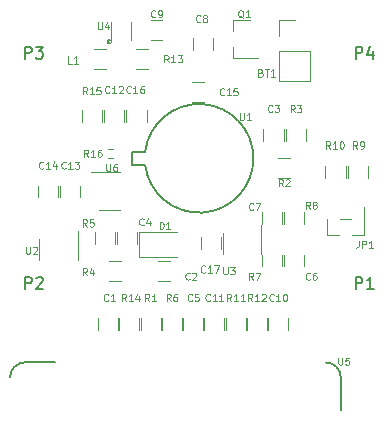
<source format=gto>
%TF.GenerationSoftware,KiCad,Pcbnew,no-vcs-found-72d4889~60~ubuntu16.04.1*%
%TF.CreationDate,2017-10-20T12:27:02+05:30*%
%TF.ProjectId,sense_rev2,73656E73655F726576322E6B69636164,rev?*%
%TF.SameCoordinates,Original*%
%TF.FileFunction,Legend,Top*%
%TF.FilePolarity,Positive*%
%FSLAX46Y46*%
G04 Gerber Fmt 4.6, Leading zero omitted, Abs format (unit mm)*
G04 Created by KiCad (PCBNEW no-vcs-found-72d4889~60~ubuntu16.04.1) date Fri Oct 20 12:27:02 2017*
%MOMM*%
%LPD*%
G01*
G04 APERTURE LIST*
%ADD10C,0.200000*%
%ADD11C,0.150000*%
%ADD12C,0.120000*%
G04 APERTURE END LIST*
D10*
X92300000Y-90000000D02*
X92500000Y-90000000D01*
X92300000Y-90200000D02*
X92300000Y-90000000D01*
X92500000Y-90200000D02*
X92300000Y-90200000D01*
D11*
%TO.C,U5*%
X85266500Y-117274000D02*
G75*
G03X83996500Y-118544000I0J-1270000D01*
G01*
X112000000Y-118544000D02*
G75*
G03X110730000Y-117274000I-1270000J0D01*
G01*
X85304600Y-117274000D02*
X87793800Y-117274000D01*
X112000000Y-118569400D02*
X112000000Y-121312600D01*
D12*
%TO.C,BT1*%
X106770000Y-93470000D02*
X109430000Y-93470000D01*
X106770000Y-90870000D02*
X106770000Y-93470000D01*
X109430000Y-90870000D02*
X109430000Y-93470000D01*
X106770000Y-90870000D02*
X109430000Y-90870000D01*
X106770000Y-89600000D02*
X106770000Y-88270000D01*
X106770000Y-88270000D02*
X108100000Y-88270000D01*
%TO.C,C1*%
X93250000Y-113500000D02*
X93250000Y-114500000D01*
X94950000Y-114500000D02*
X94950000Y-113500000D01*
%TO.C,C2*%
X97500000Y-108650000D02*
X96500000Y-108650000D01*
X96500000Y-110350000D02*
X97500000Y-110350000D01*
%TO.C,C3*%
X105450000Y-97500000D02*
X105450000Y-98500000D01*
X107150000Y-98500000D02*
X107150000Y-97500000D01*
%TO.C,C4*%
X93075000Y-106225000D02*
X93075000Y-107225000D01*
X94775000Y-107225000D02*
X94775000Y-106225000D01*
%TO.C,C5*%
X98650000Y-113500000D02*
X98650000Y-114500000D01*
X100350000Y-114500000D02*
X100350000Y-113500000D01*
%TO.C,C6*%
X108900000Y-109150000D02*
X108900000Y-108150000D01*
X107200000Y-108150000D02*
X107200000Y-109150000D01*
%TO.C,C7*%
X105300000Y-104550000D02*
X105300000Y-105550000D01*
X107000000Y-105550000D02*
X107000000Y-104550000D01*
%TO.C,C8*%
X99450000Y-89800000D02*
X99450000Y-90800000D01*
X101150000Y-90800000D02*
X101150000Y-89800000D01*
%TO.C,C9*%
X95900000Y-89950000D02*
X96900000Y-89950000D01*
X96900000Y-88250000D02*
X95900000Y-88250000D01*
%TO.C,C10*%
X105850000Y-113500000D02*
X105850000Y-114500000D01*
X107550000Y-114500000D02*
X107550000Y-113500000D01*
%TO.C,C11*%
X100450000Y-113500000D02*
X100450000Y-114500000D01*
X102150000Y-114500000D02*
X102150000Y-113500000D01*
%TO.C,C12*%
X93650000Y-96900000D02*
X93650000Y-95900000D01*
X91950000Y-95900000D02*
X91950000Y-96900000D01*
%TO.C,C13*%
X89950000Y-103300000D02*
X89950000Y-102300000D01*
X88250000Y-102300000D02*
X88250000Y-103300000D01*
%TO.C,C14*%
X88050000Y-103300000D02*
X88050000Y-102300000D01*
X86350000Y-102300000D02*
X86350000Y-103300000D01*
%TO.C,C15*%
X99400000Y-95250000D02*
X100400000Y-95250000D01*
X100400000Y-93550000D02*
X99400000Y-93550000D01*
%TO.C,C16*%
X93850000Y-95900000D02*
X93850000Y-96900000D01*
X95550000Y-96900000D02*
X95550000Y-95900000D01*
%TO.C,D1*%
X94900000Y-106240000D02*
X94900000Y-108360000D01*
X98100000Y-106240000D02*
X94900000Y-106240000D01*
X94900000Y-108360000D02*
X98100000Y-108360000D01*
%TO.C,JP1*%
X113960000Y-105105000D02*
X113960000Y-106495000D01*
X110840000Y-105105000D02*
X110840000Y-106495000D01*
X113960000Y-105105000D02*
X113960000Y-104110000D01*
X113960000Y-105105000D02*
X113960000Y-105105000D01*
X110840000Y-106495000D02*
X110840000Y-106495000D01*
X113960000Y-106495000D02*
X112960000Y-106495000D01*
X111840000Y-106495000D02*
X110840000Y-106495000D01*
X112840000Y-105105000D02*
X111960000Y-105105000D01*
%TO.C,L1*%
X91100000Y-92450000D02*
X92100000Y-92450000D01*
X92100000Y-90750000D02*
X91100000Y-90750000D01*
%TO.C,Q1*%
X102840000Y-88320000D02*
X102840000Y-89250000D01*
X102840000Y-91480000D02*
X102840000Y-90550000D01*
X102840000Y-91480000D02*
X105000000Y-91480000D01*
X102840000Y-88320000D02*
X104300000Y-88320000D01*
D11*
%TO.C,U1*%
X94286000Y-99427000D02*
X94286000Y-100573000D01*
X95436000Y-100573000D02*
X94286000Y-100573000D01*
X95436000Y-99427000D02*
X94286000Y-99427000D01*
X95436887Y-100580023D02*
G75*
G03X95436000Y-99427000I4563113J580023D01*
G01*
D12*
%TO.C,U2*%
X86490000Y-106800000D02*
X86490000Y-108600000D01*
X89710000Y-108600000D02*
X89710000Y-106150000D01*
%TO.C,U3*%
X105210000Y-108100000D02*
X105210000Y-105650000D01*
X101990000Y-106300000D02*
X101990000Y-108100000D01*
%TO.C,U4*%
X92550000Y-90145000D02*
X92550000Y-88445000D01*
X94250000Y-89995000D02*
X94250000Y-88445000D01*
%TO.C,U6*%
X91500000Y-104410000D02*
X93300000Y-104410000D01*
X93300000Y-101190000D02*
X90850000Y-101190000D01*
%TO.C,R1*%
X96750000Y-114500000D02*
X96750000Y-113500000D01*
X95050000Y-113500000D02*
X95050000Y-114500000D01*
%TO.C,R2*%
X107700000Y-99950000D02*
X106700000Y-99950000D01*
X106700000Y-101650000D02*
X107700000Y-101650000D01*
%TO.C,R3*%
X109050000Y-98500000D02*
X109050000Y-97500000D01*
X107350000Y-97500000D02*
X107350000Y-98500000D01*
%TO.C,R4*%
X93400000Y-108650000D02*
X92400000Y-108650000D01*
X92400000Y-110350000D02*
X93400000Y-110350000D01*
%TO.C,R5*%
X92875000Y-107225000D02*
X92875000Y-106225000D01*
X91175000Y-106225000D02*
X91175000Y-107225000D01*
%TO.C,R6*%
X98550000Y-114500000D02*
X98550000Y-113500000D01*
X96850000Y-113500000D02*
X96850000Y-114500000D01*
%TO.C,R7*%
X105300000Y-108150000D02*
X105300000Y-109150000D01*
X107000000Y-109150000D02*
X107000000Y-108150000D01*
%TO.C,R8*%
X108900000Y-105550000D02*
X108900000Y-104550000D01*
X107200000Y-104550000D02*
X107200000Y-105550000D01*
%TO.C,R9*%
X112600000Y-100650000D02*
X112600000Y-101650000D01*
X114300000Y-101650000D02*
X114300000Y-100650000D01*
%TO.C,R10*%
X110700000Y-100650000D02*
X110700000Y-101650000D01*
X112400000Y-101650000D02*
X112400000Y-100650000D01*
%TO.C,R11*%
X103950000Y-114500000D02*
X103950000Y-113500000D01*
X102250000Y-113500000D02*
X102250000Y-114500000D01*
%TO.C,R12*%
X104050000Y-113500000D02*
X104050000Y-114500000D01*
X105750000Y-114500000D02*
X105750000Y-113500000D01*
%TO.C,R13*%
X94700000Y-92450000D02*
X95700000Y-92450000D01*
X95700000Y-90750000D02*
X94700000Y-90750000D01*
%TO.C,R14*%
X91450000Y-113500000D02*
X91450000Y-114500000D01*
X93150000Y-114500000D02*
X93150000Y-113500000D01*
%TO.C,R15*%
X90050000Y-95900000D02*
X90050000Y-96900000D01*
X91750000Y-96900000D02*
X91750000Y-95900000D01*
%TO.C,R16*%
X92250000Y-99200000D02*
X92750000Y-99200000D01*
X92750000Y-100000000D02*
X92250000Y-100000000D01*
%TO.C,C17*%
X100150000Y-106700000D02*
X100150000Y-107700000D01*
X101850000Y-107700000D02*
X101850000Y-106700000D01*
%TO.C,U5*%
X111783857Y-116871428D02*
X111783857Y-117357142D01*
X111812428Y-117414285D01*
X111841000Y-117442857D01*
X111898142Y-117471428D01*
X112012428Y-117471428D01*
X112069571Y-117442857D01*
X112098142Y-117414285D01*
X112126714Y-117357142D01*
X112126714Y-116871428D01*
X112698142Y-116871428D02*
X112412428Y-116871428D01*
X112383857Y-117157142D01*
X112412428Y-117128571D01*
X112469571Y-117100000D01*
X112612428Y-117100000D01*
X112669571Y-117128571D01*
X112698142Y-117157142D01*
X112726714Y-117214285D01*
X112726714Y-117357142D01*
X112698142Y-117414285D01*
X112669571Y-117442857D01*
X112612428Y-117471428D01*
X112469571Y-117471428D01*
X112412428Y-117442857D01*
X112383857Y-117414285D01*
%TO.C,BT1*%
X105228571Y-92757142D02*
X105314285Y-92785714D01*
X105342857Y-92814285D01*
X105371428Y-92871428D01*
X105371428Y-92957142D01*
X105342857Y-93014285D01*
X105314285Y-93042857D01*
X105257142Y-93071428D01*
X105028571Y-93071428D01*
X105028571Y-92471428D01*
X105228571Y-92471428D01*
X105285714Y-92500000D01*
X105314285Y-92528571D01*
X105342857Y-92585714D01*
X105342857Y-92642857D01*
X105314285Y-92700000D01*
X105285714Y-92728571D01*
X105228571Y-92757142D01*
X105028571Y-92757142D01*
X105542857Y-92471428D02*
X105885714Y-92471428D01*
X105714285Y-93071428D02*
X105714285Y-92471428D01*
X106400000Y-93071428D02*
X106057142Y-93071428D01*
X106228571Y-93071428D02*
X106228571Y-92471428D01*
X106171428Y-92557142D01*
X106114285Y-92614285D01*
X106057142Y-92642857D01*
%TO.C,C1*%
X92300000Y-112014285D02*
X92271428Y-112042857D01*
X92185714Y-112071428D01*
X92128571Y-112071428D01*
X92042857Y-112042857D01*
X91985714Y-111985714D01*
X91957142Y-111928571D01*
X91928571Y-111814285D01*
X91928571Y-111728571D01*
X91957142Y-111614285D01*
X91985714Y-111557142D01*
X92042857Y-111500000D01*
X92128571Y-111471428D01*
X92185714Y-111471428D01*
X92271428Y-111500000D01*
X92300000Y-111528571D01*
X92871428Y-112071428D02*
X92528571Y-112071428D01*
X92700000Y-112071428D02*
X92700000Y-111471428D01*
X92642857Y-111557142D01*
X92585714Y-111614285D01*
X92528571Y-111642857D01*
%TO.C,C2*%
X99200000Y-110214285D02*
X99171428Y-110242857D01*
X99085714Y-110271428D01*
X99028571Y-110271428D01*
X98942857Y-110242857D01*
X98885714Y-110185714D01*
X98857142Y-110128571D01*
X98828571Y-110014285D01*
X98828571Y-109928571D01*
X98857142Y-109814285D01*
X98885714Y-109757142D01*
X98942857Y-109700000D01*
X99028571Y-109671428D01*
X99085714Y-109671428D01*
X99171428Y-109700000D01*
X99200000Y-109728571D01*
X99428571Y-109728571D02*
X99457142Y-109700000D01*
X99514285Y-109671428D01*
X99657142Y-109671428D01*
X99714285Y-109700000D01*
X99742857Y-109728571D01*
X99771428Y-109785714D01*
X99771428Y-109842857D01*
X99742857Y-109928571D01*
X99400000Y-110271428D01*
X99771428Y-110271428D01*
%TO.C,C3*%
X106200000Y-96014285D02*
X106171428Y-96042857D01*
X106085714Y-96071428D01*
X106028571Y-96071428D01*
X105942857Y-96042857D01*
X105885714Y-95985714D01*
X105857142Y-95928571D01*
X105828571Y-95814285D01*
X105828571Y-95728571D01*
X105857142Y-95614285D01*
X105885714Y-95557142D01*
X105942857Y-95500000D01*
X106028571Y-95471428D01*
X106085714Y-95471428D01*
X106171428Y-95500000D01*
X106200000Y-95528571D01*
X106400000Y-95471428D02*
X106771428Y-95471428D01*
X106571428Y-95700000D01*
X106657142Y-95700000D01*
X106714285Y-95728571D01*
X106742857Y-95757142D01*
X106771428Y-95814285D01*
X106771428Y-95957142D01*
X106742857Y-96014285D01*
X106714285Y-96042857D01*
X106657142Y-96071428D01*
X106485714Y-96071428D01*
X106428571Y-96042857D01*
X106400000Y-96014285D01*
%TO.C,C4*%
X95300000Y-105614285D02*
X95271428Y-105642857D01*
X95185714Y-105671428D01*
X95128571Y-105671428D01*
X95042857Y-105642857D01*
X94985714Y-105585714D01*
X94957142Y-105528571D01*
X94928571Y-105414285D01*
X94928571Y-105328571D01*
X94957142Y-105214285D01*
X94985714Y-105157142D01*
X95042857Y-105100000D01*
X95128571Y-105071428D01*
X95185714Y-105071428D01*
X95271428Y-105100000D01*
X95300000Y-105128571D01*
X95814285Y-105271428D02*
X95814285Y-105671428D01*
X95671428Y-105042857D02*
X95528571Y-105471428D01*
X95900000Y-105471428D01*
%TO.C,C5*%
X99400000Y-112014285D02*
X99371428Y-112042857D01*
X99285714Y-112071428D01*
X99228571Y-112071428D01*
X99142857Y-112042857D01*
X99085714Y-111985714D01*
X99057142Y-111928571D01*
X99028571Y-111814285D01*
X99028571Y-111728571D01*
X99057142Y-111614285D01*
X99085714Y-111557142D01*
X99142857Y-111500000D01*
X99228571Y-111471428D01*
X99285714Y-111471428D01*
X99371428Y-111500000D01*
X99400000Y-111528571D01*
X99942857Y-111471428D02*
X99657142Y-111471428D01*
X99628571Y-111757142D01*
X99657142Y-111728571D01*
X99714285Y-111700000D01*
X99857142Y-111700000D01*
X99914285Y-111728571D01*
X99942857Y-111757142D01*
X99971428Y-111814285D01*
X99971428Y-111957142D01*
X99942857Y-112014285D01*
X99914285Y-112042857D01*
X99857142Y-112071428D01*
X99714285Y-112071428D01*
X99657142Y-112042857D01*
X99628571Y-112014285D01*
%TO.C,C6*%
X109400000Y-110214285D02*
X109371428Y-110242857D01*
X109285714Y-110271428D01*
X109228571Y-110271428D01*
X109142857Y-110242857D01*
X109085714Y-110185714D01*
X109057142Y-110128571D01*
X109028571Y-110014285D01*
X109028571Y-109928571D01*
X109057142Y-109814285D01*
X109085714Y-109757142D01*
X109142857Y-109700000D01*
X109228571Y-109671428D01*
X109285714Y-109671428D01*
X109371428Y-109700000D01*
X109400000Y-109728571D01*
X109914285Y-109671428D02*
X109800000Y-109671428D01*
X109742857Y-109700000D01*
X109714285Y-109728571D01*
X109657142Y-109814285D01*
X109628571Y-109928571D01*
X109628571Y-110157142D01*
X109657142Y-110214285D01*
X109685714Y-110242857D01*
X109742857Y-110271428D01*
X109857142Y-110271428D01*
X109914285Y-110242857D01*
X109942857Y-110214285D01*
X109971428Y-110157142D01*
X109971428Y-110014285D01*
X109942857Y-109957142D01*
X109914285Y-109928571D01*
X109857142Y-109900000D01*
X109742857Y-109900000D01*
X109685714Y-109928571D01*
X109657142Y-109957142D01*
X109628571Y-110014285D01*
%TO.C,C7*%
X104600000Y-104314285D02*
X104571428Y-104342857D01*
X104485714Y-104371428D01*
X104428571Y-104371428D01*
X104342857Y-104342857D01*
X104285714Y-104285714D01*
X104257142Y-104228571D01*
X104228571Y-104114285D01*
X104228571Y-104028571D01*
X104257142Y-103914285D01*
X104285714Y-103857142D01*
X104342857Y-103800000D01*
X104428571Y-103771428D01*
X104485714Y-103771428D01*
X104571428Y-103800000D01*
X104600000Y-103828571D01*
X104800000Y-103771428D02*
X105200000Y-103771428D01*
X104942857Y-104371428D01*
%TO.C,C8*%
X100100000Y-88414285D02*
X100071428Y-88442857D01*
X99985714Y-88471428D01*
X99928571Y-88471428D01*
X99842857Y-88442857D01*
X99785714Y-88385714D01*
X99757142Y-88328571D01*
X99728571Y-88214285D01*
X99728571Y-88128571D01*
X99757142Y-88014285D01*
X99785714Y-87957142D01*
X99842857Y-87900000D01*
X99928571Y-87871428D01*
X99985714Y-87871428D01*
X100071428Y-87900000D01*
X100100000Y-87928571D01*
X100442857Y-88128571D02*
X100385714Y-88100000D01*
X100357142Y-88071428D01*
X100328571Y-88014285D01*
X100328571Y-87985714D01*
X100357142Y-87928571D01*
X100385714Y-87900000D01*
X100442857Y-87871428D01*
X100557142Y-87871428D01*
X100614285Y-87900000D01*
X100642857Y-87928571D01*
X100671428Y-87985714D01*
X100671428Y-88014285D01*
X100642857Y-88071428D01*
X100614285Y-88100000D01*
X100557142Y-88128571D01*
X100442857Y-88128571D01*
X100385714Y-88157142D01*
X100357142Y-88185714D01*
X100328571Y-88242857D01*
X100328571Y-88357142D01*
X100357142Y-88414285D01*
X100385714Y-88442857D01*
X100442857Y-88471428D01*
X100557142Y-88471428D01*
X100614285Y-88442857D01*
X100642857Y-88414285D01*
X100671428Y-88357142D01*
X100671428Y-88242857D01*
X100642857Y-88185714D01*
X100614285Y-88157142D01*
X100557142Y-88128571D01*
%TO.C,C9*%
X96300000Y-88014285D02*
X96271428Y-88042857D01*
X96185714Y-88071428D01*
X96128571Y-88071428D01*
X96042857Y-88042857D01*
X95985714Y-87985714D01*
X95957142Y-87928571D01*
X95928571Y-87814285D01*
X95928571Y-87728571D01*
X95957142Y-87614285D01*
X95985714Y-87557142D01*
X96042857Y-87500000D01*
X96128571Y-87471428D01*
X96185714Y-87471428D01*
X96271428Y-87500000D01*
X96300000Y-87528571D01*
X96585714Y-88071428D02*
X96700000Y-88071428D01*
X96757142Y-88042857D01*
X96785714Y-88014285D01*
X96842857Y-87928571D01*
X96871428Y-87814285D01*
X96871428Y-87585714D01*
X96842857Y-87528571D01*
X96814285Y-87500000D01*
X96757142Y-87471428D01*
X96642857Y-87471428D01*
X96585714Y-87500000D01*
X96557142Y-87528571D01*
X96528571Y-87585714D01*
X96528571Y-87728571D01*
X96557142Y-87785714D01*
X96585714Y-87814285D01*
X96642857Y-87842857D01*
X96757142Y-87842857D01*
X96814285Y-87814285D01*
X96842857Y-87785714D01*
X96871428Y-87728571D01*
%TO.C,C10*%
X106314285Y-112014285D02*
X106285714Y-112042857D01*
X106200000Y-112071428D01*
X106142857Y-112071428D01*
X106057142Y-112042857D01*
X106000000Y-111985714D01*
X105971428Y-111928571D01*
X105942857Y-111814285D01*
X105942857Y-111728571D01*
X105971428Y-111614285D01*
X106000000Y-111557142D01*
X106057142Y-111500000D01*
X106142857Y-111471428D01*
X106200000Y-111471428D01*
X106285714Y-111500000D01*
X106314285Y-111528571D01*
X106885714Y-112071428D02*
X106542857Y-112071428D01*
X106714285Y-112071428D02*
X106714285Y-111471428D01*
X106657142Y-111557142D01*
X106600000Y-111614285D01*
X106542857Y-111642857D01*
X107257142Y-111471428D02*
X107314285Y-111471428D01*
X107371428Y-111500000D01*
X107400000Y-111528571D01*
X107428571Y-111585714D01*
X107457142Y-111700000D01*
X107457142Y-111842857D01*
X107428571Y-111957142D01*
X107400000Y-112014285D01*
X107371428Y-112042857D01*
X107314285Y-112071428D01*
X107257142Y-112071428D01*
X107200000Y-112042857D01*
X107171428Y-112014285D01*
X107142857Y-111957142D01*
X107114285Y-111842857D01*
X107114285Y-111700000D01*
X107142857Y-111585714D01*
X107171428Y-111528571D01*
X107200000Y-111500000D01*
X107257142Y-111471428D01*
%TO.C,C11*%
X100914285Y-112014285D02*
X100885714Y-112042857D01*
X100800000Y-112071428D01*
X100742857Y-112071428D01*
X100657142Y-112042857D01*
X100600000Y-111985714D01*
X100571428Y-111928571D01*
X100542857Y-111814285D01*
X100542857Y-111728571D01*
X100571428Y-111614285D01*
X100600000Y-111557142D01*
X100657142Y-111500000D01*
X100742857Y-111471428D01*
X100800000Y-111471428D01*
X100885714Y-111500000D01*
X100914285Y-111528571D01*
X101485714Y-112071428D02*
X101142857Y-112071428D01*
X101314285Y-112071428D02*
X101314285Y-111471428D01*
X101257142Y-111557142D01*
X101200000Y-111614285D01*
X101142857Y-111642857D01*
X102057142Y-112071428D02*
X101714285Y-112071428D01*
X101885714Y-112071428D02*
X101885714Y-111471428D01*
X101828571Y-111557142D01*
X101771428Y-111614285D01*
X101714285Y-111642857D01*
%TO.C,C12*%
X92414285Y-94414285D02*
X92385714Y-94442857D01*
X92300000Y-94471428D01*
X92242857Y-94471428D01*
X92157142Y-94442857D01*
X92100000Y-94385714D01*
X92071428Y-94328571D01*
X92042857Y-94214285D01*
X92042857Y-94128571D01*
X92071428Y-94014285D01*
X92100000Y-93957142D01*
X92157142Y-93900000D01*
X92242857Y-93871428D01*
X92300000Y-93871428D01*
X92385714Y-93900000D01*
X92414285Y-93928571D01*
X92985714Y-94471428D02*
X92642857Y-94471428D01*
X92814285Y-94471428D02*
X92814285Y-93871428D01*
X92757142Y-93957142D01*
X92700000Y-94014285D01*
X92642857Y-94042857D01*
X93214285Y-93928571D02*
X93242857Y-93900000D01*
X93300000Y-93871428D01*
X93442857Y-93871428D01*
X93500000Y-93900000D01*
X93528571Y-93928571D01*
X93557142Y-93985714D01*
X93557142Y-94042857D01*
X93528571Y-94128571D01*
X93185714Y-94471428D01*
X93557142Y-94471428D01*
%TO.C,C13*%
X88714285Y-100814285D02*
X88685714Y-100842857D01*
X88600000Y-100871428D01*
X88542857Y-100871428D01*
X88457142Y-100842857D01*
X88400000Y-100785714D01*
X88371428Y-100728571D01*
X88342857Y-100614285D01*
X88342857Y-100528571D01*
X88371428Y-100414285D01*
X88400000Y-100357142D01*
X88457142Y-100300000D01*
X88542857Y-100271428D01*
X88600000Y-100271428D01*
X88685714Y-100300000D01*
X88714285Y-100328571D01*
X89285714Y-100871428D02*
X88942857Y-100871428D01*
X89114285Y-100871428D02*
X89114285Y-100271428D01*
X89057142Y-100357142D01*
X89000000Y-100414285D01*
X88942857Y-100442857D01*
X89485714Y-100271428D02*
X89857142Y-100271428D01*
X89657142Y-100500000D01*
X89742857Y-100500000D01*
X89800000Y-100528571D01*
X89828571Y-100557142D01*
X89857142Y-100614285D01*
X89857142Y-100757142D01*
X89828571Y-100814285D01*
X89800000Y-100842857D01*
X89742857Y-100871428D01*
X89571428Y-100871428D01*
X89514285Y-100842857D01*
X89485714Y-100814285D01*
%TO.C,C14*%
X86814285Y-100814285D02*
X86785714Y-100842857D01*
X86700000Y-100871428D01*
X86642857Y-100871428D01*
X86557142Y-100842857D01*
X86500000Y-100785714D01*
X86471428Y-100728571D01*
X86442857Y-100614285D01*
X86442857Y-100528571D01*
X86471428Y-100414285D01*
X86500000Y-100357142D01*
X86557142Y-100300000D01*
X86642857Y-100271428D01*
X86700000Y-100271428D01*
X86785714Y-100300000D01*
X86814285Y-100328571D01*
X87385714Y-100871428D02*
X87042857Y-100871428D01*
X87214285Y-100871428D02*
X87214285Y-100271428D01*
X87157142Y-100357142D01*
X87100000Y-100414285D01*
X87042857Y-100442857D01*
X87900000Y-100471428D02*
X87900000Y-100871428D01*
X87757142Y-100242857D02*
X87614285Y-100671428D01*
X87985714Y-100671428D01*
%TO.C,C15*%
X102114285Y-94614285D02*
X102085714Y-94642857D01*
X102000000Y-94671428D01*
X101942857Y-94671428D01*
X101857142Y-94642857D01*
X101800000Y-94585714D01*
X101771428Y-94528571D01*
X101742857Y-94414285D01*
X101742857Y-94328571D01*
X101771428Y-94214285D01*
X101800000Y-94157142D01*
X101857142Y-94100000D01*
X101942857Y-94071428D01*
X102000000Y-94071428D01*
X102085714Y-94100000D01*
X102114285Y-94128571D01*
X102685714Y-94671428D02*
X102342857Y-94671428D01*
X102514285Y-94671428D02*
X102514285Y-94071428D01*
X102457142Y-94157142D01*
X102400000Y-94214285D01*
X102342857Y-94242857D01*
X103228571Y-94071428D02*
X102942857Y-94071428D01*
X102914285Y-94357142D01*
X102942857Y-94328571D01*
X103000000Y-94300000D01*
X103142857Y-94300000D01*
X103200000Y-94328571D01*
X103228571Y-94357142D01*
X103257142Y-94414285D01*
X103257142Y-94557142D01*
X103228571Y-94614285D01*
X103200000Y-94642857D01*
X103142857Y-94671428D01*
X103000000Y-94671428D01*
X102942857Y-94642857D01*
X102914285Y-94614285D01*
%TO.C,C16*%
X94214285Y-94414285D02*
X94185714Y-94442857D01*
X94100000Y-94471428D01*
X94042857Y-94471428D01*
X93957142Y-94442857D01*
X93900000Y-94385714D01*
X93871428Y-94328571D01*
X93842857Y-94214285D01*
X93842857Y-94128571D01*
X93871428Y-94014285D01*
X93900000Y-93957142D01*
X93957142Y-93900000D01*
X94042857Y-93871428D01*
X94100000Y-93871428D01*
X94185714Y-93900000D01*
X94214285Y-93928571D01*
X94785714Y-94471428D02*
X94442857Y-94471428D01*
X94614285Y-94471428D02*
X94614285Y-93871428D01*
X94557142Y-93957142D01*
X94500000Y-94014285D01*
X94442857Y-94042857D01*
X95300000Y-93871428D02*
X95185714Y-93871428D01*
X95128571Y-93900000D01*
X95100000Y-93928571D01*
X95042857Y-94014285D01*
X95014285Y-94128571D01*
X95014285Y-94357142D01*
X95042857Y-94414285D01*
X95071428Y-94442857D01*
X95128571Y-94471428D01*
X95242857Y-94471428D01*
X95300000Y-94442857D01*
X95328571Y-94414285D01*
X95357142Y-94357142D01*
X95357142Y-94214285D01*
X95328571Y-94157142D01*
X95300000Y-94128571D01*
X95242857Y-94100000D01*
X95128571Y-94100000D01*
X95071428Y-94128571D01*
X95042857Y-94157142D01*
X95014285Y-94214285D01*
%TO.C,D1*%
X96657142Y-105971428D02*
X96657142Y-105371428D01*
X96800000Y-105371428D01*
X96885714Y-105400000D01*
X96942857Y-105457142D01*
X96971428Y-105514285D01*
X97000000Y-105628571D01*
X97000000Y-105714285D01*
X96971428Y-105828571D01*
X96942857Y-105885714D01*
X96885714Y-105942857D01*
X96800000Y-105971428D01*
X96657142Y-105971428D01*
X97571428Y-105971428D02*
X97228571Y-105971428D01*
X97400000Y-105971428D02*
X97400000Y-105371428D01*
X97342857Y-105457142D01*
X97285714Y-105514285D01*
X97228571Y-105542857D01*
%TO.C,JP1*%
X113500000Y-106971428D02*
X113500000Y-107400000D01*
X113471428Y-107485714D01*
X113414285Y-107542857D01*
X113328571Y-107571428D01*
X113271428Y-107571428D01*
X113785714Y-107571428D02*
X113785714Y-106971428D01*
X114014285Y-106971428D01*
X114071428Y-107000000D01*
X114100000Y-107028571D01*
X114128571Y-107085714D01*
X114128571Y-107171428D01*
X114100000Y-107228571D01*
X114071428Y-107257142D01*
X114014285Y-107285714D01*
X113785714Y-107285714D01*
X114700000Y-107571428D02*
X114357142Y-107571428D01*
X114528571Y-107571428D02*
X114528571Y-106971428D01*
X114471428Y-107057142D01*
X114414285Y-107114285D01*
X114357142Y-107142857D01*
%TO.C,L1*%
X89200000Y-91971428D02*
X88914285Y-91971428D01*
X88914285Y-91371428D01*
X89714285Y-91971428D02*
X89371428Y-91971428D01*
X89542857Y-91971428D02*
X89542857Y-91371428D01*
X89485714Y-91457142D01*
X89428571Y-91514285D01*
X89371428Y-91542857D01*
%TO.C,Q1*%
X103742857Y-88128571D02*
X103685714Y-88100000D01*
X103628571Y-88042857D01*
X103542857Y-87957142D01*
X103485714Y-87928571D01*
X103428571Y-87928571D01*
X103457142Y-88071428D02*
X103400000Y-88042857D01*
X103342857Y-87985714D01*
X103314285Y-87871428D01*
X103314285Y-87671428D01*
X103342857Y-87557142D01*
X103400000Y-87500000D01*
X103457142Y-87471428D01*
X103571428Y-87471428D01*
X103628571Y-87500000D01*
X103685714Y-87557142D01*
X103714285Y-87671428D01*
X103714285Y-87871428D01*
X103685714Y-87985714D01*
X103628571Y-88042857D01*
X103571428Y-88071428D01*
X103457142Y-88071428D01*
X104285714Y-88071428D02*
X103942857Y-88071428D01*
X104114285Y-88071428D02*
X104114285Y-87471428D01*
X104057142Y-87557142D01*
X104000000Y-87614285D01*
X103942857Y-87642857D01*
%TO.C,U1*%
X103442857Y-96171428D02*
X103442857Y-96657142D01*
X103471428Y-96714285D01*
X103500000Y-96742857D01*
X103557142Y-96771428D01*
X103671428Y-96771428D01*
X103728571Y-96742857D01*
X103757142Y-96714285D01*
X103785714Y-96657142D01*
X103785714Y-96171428D01*
X104385714Y-96771428D02*
X104042857Y-96771428D01*
X104214285Y-96771428D02*
X104214285Y-96171428D01*
X104157142Y-96257142D01*
X104100000Y-96314285D01*
X104042857Y-96342857D01*
%TO.C,U2*%
X85342857Y-107471428D02*
X85342857Y-107957142D01*
X85371428Y-108014285D01*
X85400000Y-108042857D01*
X85457142Y-108071428D01*
X85571428Y-108071428D01*
X85628571Y-108042857D01*
X85657142Y-108014285D01*
X85685714Y-107957142D01*
X85685714Y-107471428D01*
X85942857Y-107528571D02*
X85971428Y-107500000D01*
X86028571Y-107471428D01*
X86171428Y-107471428D01*
X86228571Y-107500000D01*
X86257142Y-107528571D01*
X86285714Y-107585714D01*
X86285714Y-107642857D01*
X86257142Y-107728571D01*
X85914285Y-108071428D01*
X86285714Y-108071428D01*
%TO.C,U3*%
X102067857Y-109221428D02*
X102067857Y-109707142D01*
X102096428Y-109764285D01*
X102125000Y-109792857D01*
X102182142Y-109821428D01*
X102296428Y-109821428D01*
X102353571Y-109792857D01*
X102382142Y-109764285D01*
X102410714Y-109707142D01*
X102410714Y-109221428D01*
X102639285Y-109221428D02*
X103010714Y-109221428D01*
X102810714Y-109450000D01*
X102896428Y-109450000D01*
X102953571Y-109478571D01*
X102982142Y-109507142D01*
X103010714Y-109564285D01*
X103010714Y-109707142D01*
X102982142Y-109764285D01*
X102953571Y-109792857D01*
X102896428Y-109821428D01*
X102725000Y-109821428D01*
X102667857Y-109792857D01*
X102639285Y-109764285D01*
%TO.C,U4*%
X91442857Y-88471428D02*
X91442857Y-88957142D01*
X91471428Y-89014285D01*
X91500000Y-89042857D01*
X91557142Y-89071428D01*
X91671428Y-89071428D01*
X91728571Y-89042857D01*
X91757142Y-89014285D01*
X91785714Y-88957142D01*
X91785714Y-88471428D01*
X92328571Y-88671428D02*
X92328571Y-89071428D01*
X92185714Y-88442857D02*
X92042857Y-88871428D01*
X92414285Y-88871428D01*
%TO.C,U6*%
X92142857Y-100471428D02*
X92142857Y-100957142D01*
X92171428Y-101014285D01*
X92200000Y-101042857D01*
X92257142Y-101071428D01*
X92371428Y-101071428D01*
X92428571Y-101042857D01*
X92457142Y-101014285D01*
X92485714Y-100957142D01*
X92485714Y-100471428D01*
X93028571Y-100471428D02*
X92914285Y-100471428D01*
X92857142Y-100500000D01*
X92828571Y-100528571D01*
X92771428Y-100614285D01*
X92742857Y-100728571D01*
X92742857Y-100957142D01*
X92771428Y-101014285D01*
X92800000Y-101042857D01*
X92857142Y-101071428D01*
X92971428Y-101071428D01*
X93028571Y-101042857D01*
X93057142Y-101014285D01*
X93085714Y-100957142D01*
X93085714Y-100814285D01*
X93057142Y-100757142D01*
X93028571Y-100728571D01*
X92971428Y-100700000D01*
X92857142Y-100700000D01*
X92800000Y-100728571D01*
X92771428Y-100757142D01*
X92742857Y-100814285D01*
%TO.C,R1*%
X95800000Y-112071428D02*
X95600000Y-111785714D01*
X95457142Y-112071428D02*
X95457142Y-111471428D01*
X95685714Y-111471428D01*
X95742857Y-111500000D01*
X95771428Y-111528571D01*
X95800000Y-111585714D01*
X95800000Y-111671428D01*
X95771428Y-111728571D01*
X95742857Y-111757142D01*
X95685714Y-111785714D01*
X95457142Y-111785714D01*
X96371428Y-112071428D02*
X96028571Y-112071428D01*
X96200000Y-112071428D02*
X96200000Y-111471428D01*
X96142857Y-111557142D01*
X96085714Y-111614285D01*
X96028571Y-111642857D01*
%TO.C,R2*%
X107100000Y-102371428D02*
X106900000Y-102085714D01*
X106757142Y-102371428D02*
X106757142Y-101771428D01*
X106985714Y-101771428D01*
X107042857Y-101800000D01*
X107071428Y-101828571D01*
X107100000Y-101885714D01*
X107100000Y-101971428D01*
X107071428Y-102028571D01*
X107042857Y-102057142D01*
X106985714Y-102085714D01*
X106757142Y-102085714D01*
X107328571Y-101828571D02*
X107357142Y-101800000D01*
X107414285Y-101771428D01*
X107557142Y-101771428D01*
X107614285Y-101800000D01*
X107642857Y-101828571D01*
X107671428Y-101885714D01*
X107671428Y-101942857D01*
X107642857Y-102028571D01*
X107300000Y-102371428D01*
X107671428Y-102371428D01*
%TO.C,R3*%
X108100000Y-96096428D02*
X107900000Y-95810714D01*
X107757142Y-96096428D02*
X107757142Y-95496428D01*
X107985714Y-95496428D01*
X108042857Y-95525000D01*
X108071428Y-95553571D01*
X108100000Y-95610714D01*
X108100000Y-95696428D01*
X108071428Y-95753571D01*
X108042857Y-95782142D01*
X107985714Y-95810714D01*
X107757142Y-95810714D01*
X108300000Y-95496428D02*
X108671428Y-95496428D01*
X108471428Y-95725000D01*
X108557142Y-95725000D01*
X108614285Y-95753571D01*
X108642857Y-95782142D01*
X108671428Y-95839285D01*
X108671428Y-95982142D01*
X108642857Y-96039285D01*
X108614285Y-96067857D01*
X108557142Y-96096428D01*
X108385714Y-96096428D01*
X108328571Y-96067857D01*
X108300000Y-96039285D01*
%TO.C,R4*%
X90500000Y-109871428D02*
X90300000Y-109585714D01*
X90157142Y-109871428D02*
X90157142Y-109271428D01*
X90385714Y-109271428D01*
X90442857Y-109300000D01*
X90471428Y-109328571D01*
X90500000Y-109385714D01*
X90500000Y-109471428D01*
X90471428Y-109528571D01*
X90442857Y-109557142D01*
X90385714Y-109585714D01*
X90157142Y-109585714D01*
X91014285Y-109471428D02*
X91014285Y-109871428D01*
X90871428Y-109242857D02*
X90728571Y-109671428D01*
X91100000Y-109671428D01*
%TO.C,R5*%
X90500000Y-105771428D02*
X90300000Y-105485714D01*
X90157142Y-105771428D02*
X90157142Y-105171428D01*
X90385714Y-105171428D01*
X90442857Y-105200000D01*
X90471428Y-105228571D01*
X90500000Y-105285714D01*
X90500000Y-105371428D01*
X90471428Y-105428571D01*
X90442857Y-105457142D01*
X90385714Y-105485714D01*
X90157142Y-105485714D01*
X91042857Y-105171428D02*
X90757142Y-105171428D01*
X90728571Y-105457142D01*
X90757142Y-105428571D01*
X90814285Y-105400000D01*
X90957142Y-105400000D01*
X91014285Y-105428571D01*
X91042857Y-105457142D01*
X91071428Y-105514285D01*
X91071428Y-105657142D01*
X91042857Y-105714285D01*
X91014285Y-105742857D01*
X90957142Y-105771428D01*
X90814285Y-105771428D01*
X90757142Y-105742857D01*
X90728571Y-105714285D01*
%TO.C,R6*%
X97600000Y-112071428D02*
X97400000Y-111785714D01*
X97257142Y-112071428D02*
X97257142Y-111471428D01*
X97485714Y-111471428D01*
X97542857Y-111500000D01*
X97571428Y-111528571D01*
X97600000Y-111585714D01*
X97600000Y-111671428D01*
X97571428Y-111728571D01*
X97542857Y-111757142D01*
X97485714Y-111785714D01*
X97257142Y-111785714D01*
X98114285Y-111471428D02*
X98000000Y-111471428D01*
X97942857Y-111500000D01*
X97914285Y-111528571D01*
X97857142Y-111614285D01*
X97828571Y-111728571D01*
X97828571Y-111957142D01*
X97857142Y-112014285D01*
X97885714Y-112042857D01*
X97942857Y-112071428D01*
X98057142Y-112071428D01*
X98114285Y-112042857D01*
X98142857Y-112014285D01*
X98171428Y-111957142D01*
X98171428Y-111814285D01*
X98142857Y-111757142D01*
X98114285Y-111728571D01*
X98057142Y-111700000D01*
X97942857Y-111700000D01*
X97885714Y-111728571D01*
X97857142Y-111757142D01*
X97828571Y-111814285D01*
%TO.C,R7*%
X104600000Y-110271428D02*
X104400000Y-109985714D01*
X104257142Y-110271428D02*
X104257142Y-109671428D01*
X104485714Y-109671428D01*
X104542857Y-109700000D01*
X104571428Y-109728571D01*
X104600000Y-109785714D01*
X104600000Y-109871428D01*
X104571428Y-109928571D01*
X104542857Y-109957142D01*
X104485714Y-109985714D01*
X104257142Y-109985714D01*
X104800000Y-109671428D02*
X105200000Y-109671428D01*
X104942857Y-110271428D01*
%TO.C,R8*%
X109400000Y-104271428D02*
X109200000Y-103985714D01*
X109057142Y-104271428D02*
X109057142Y-103671428D01*
X109285714Y-103671428D01*
X109342857Y-103700000D01*
X109371428Y-103728571D01*
X109400000Y-103785714D01*
X109400000Y-103871428D01*
X109371428Y-103928571D01*
X109342857Y-103957142D01*
X109285714Y-103985714D01*
X109057142Y-103985714D01*
X109742857Y-103928571D02*
X109685714Y-103900000D01*
X109657142Y-103871428D01*
X109628571Y-103814285D01*
X109628571Y-103785714D01*
X109657142Y-103728571D01*
X109685714Y-103700000D01*
X109742857Y-103671428D01*
X109857142Y-103671428D01*
X109914285Y-103700000D01*
X109942857Y-103728571D01*
X109971428Y-103785714D01*
X109971428Y-103814285D01*
X109942857Y-103871428D01*
X109914285Y-103900000D01*
X109857142Y-103928571D01*
X109742857Y-103928571D01*
X109685714Y-103957142D01*
X109657142Y-103985714D01*
X109628571Y-104042857D01*
X109628571Y-104157142D01*
X109657142Y-104214285D01*
X109685714Y-104242857D01*
X109742857Y-104271428D01*
X109857142Y-104271428D01*
X109914285Y-104242857D01*
X109942857Y-104214285D01*
X109971428Y-104157142D01*
X109971428Y-104042857D01*
X109942857Y-103985714D01*
X109914285Y-103957142D01*
X109857142Y-103928571D01*
%TO.C,R9*%
X113400000Y-99171428D02*
X113200000Y-98885714D01*
X113057142Y-99171428D02*
X113057142Y-98571428D01*
X113285714Y-98571428D01*
X113342857Y-98600000D01*
X113371428Y-98628571D01*
X113400000Y-98685714D01*
X113400000Y-98771428D01*
X113371428Y-98828571D01*
X113342857Y-98857142D01*
X113285714Y-98885714D01*
X113057142Y-98885714D01*
X113685714Y-99171428D02*
X113800000Y-99171428D01*
X113857142Y-99142857D01*
X113885714Y-99114285D01*
X113942857Y-99028571D01*
X113971428Y-98914285D01*
X113971428Y-98685714D01*
X113942857Y-98628571D01*
X113914285Y-98600000D01*
X113857142Y-98571428D01*
X113742857Y-98571428D01*
X113685714Y-98600000D01*
X113657142Y-98628571D01*
X113628571Y-98685714D01*
X113628571Y-98828571D01*
X113657142Y-98885714D01*
X113685714Y-98914285D01*
X113742857Y-98942857D01*
X113857142Y-98942857D01*
X113914285Y-98914285D01*
X113942857Y-98885714D01*
X113971428Y-98828571D01*
%TO.C,R10*%
X111114285Y-99171428D02*
X110914285Y-98885714D01*
X110771428Y-99171428D02*
X110771428Y-98571428D01*
X111000000Y-98571428D01*
X111057142Y-98600000D01*
X111085714Y-98628571D01*
X111114285Y-98685714D01*
X111114285Y-98771428D01*
X111085714Y-98828571D01*
X111057142Y-98857142D01*
X111000000Y-98885714D01*
X110771428Y-98885714D01*
X111685714Y-99171428D02*
X111342857Y-99171428D01*
X111514285Y-99171428D02*
X111514285Y-98571428D01*
X111457142Y-98657142D01*
X111400000Y-98714285D01*
X111342857Y-98742857D01*
X112057142Y-98571428D02*
X112114285Y-98571428D01*
X112171428Y-98600000D01*
X112200000Y-98628571D01*
X112228571Y-98685714D01*
X112257142Y-98800000D01*
X112257142Y-98942857D01*
X112228571Y-99057142D01*
X112200000Y-99114285D01*
X112171428Y-99142857D01*
X112114285Y-99171428D01*
X112057142Y-99171428D01*
X112000000Y-99142857D01*
X111971428Y-99114285D01*
X111942857Y-99057142D01*
X111914285Y-98942857D01*
X111914285Y-98800000D01*
X111942857Y-98685714D01*
X111971428Y-98628571D01*
X112000000Y-98600000D01*
X112057142Y-98571428D01*
%TO.C,R11*%
X102714285Y-112071428D02*
X102514285Y-111785714D01*
X102371428Y-112071428D02*
X102371428Y-111471428D01*
X102600000Y-111471428D01*
X102657142Y-111500000D01*
X102685714Y-111528571D01*
X102714285Y-111585714D01*
X102714285Y-111671428D01*
X102685714Y-111728571D01*
X102657142Y-111757142D01*
X102600000Y-111785714D01*
X102371428Y-111785714D01*
X103285714Y-112071428D02*
X102942857Y-112071428D01*
X103114285Y-112071428D02*
X103114285Y-111471428D01*
X103057142Y-111557142D01*
X103000000Y-111614285D01*
X102942857Y-111642857D01*
X103857142Y-112071428D02*
X103514285Y-112071428D01*
X103685714Y-112071428D02*
X103685714Y-111471428D01*
X103628571Y-111557142D01*
X103571428Y-111614285D01*
X103514285Y-111642857D01*
%TO.C,R12*%
X104514285Y-112071428D02*
X104314285Y-111785714D01*
X104171428Y-112071428D02*
X104171428Y-111471428D01*
X104400000Y-111471428D01*
X104457142Y-111500000D01*
X104485714Y-111528571D01*
X104514285Y-111585714D01*
X104514285Y-111671428D01*
X104485714Y-111728571D01*
X104457142Y-111757142D01*
X104400000Y-111785714D01*
X104171428Y-111785714D01*
X105085714Y-112071428D02*
X104742857Y-112071428D01*
X104914285Y-112071428D02*
X104914285Y-111471428D01*
X104857142Y-111557142D01*
X104800000Y-111614285D01*
X104742857Y-111642857D01*
X105314285Y-111528571D02*
X105342857Y-111500000D01*
X105400000Y-111471428D01*
X105542857Y-111471428D01*
X105600000Y-111500000D01*
X105628571Y-111528571D01*
X105657142Y-111585714D01*
X105657142Y-111642857D01*
X105628571Y-111728571D01*
X105285714Y-112071428D01*
X105657142Y-112071428D01*
%TO.C,R13*%
X97414285Y-91871428D02*
X97214285Y-91585714D01*
X97071428Y-91871428D02*
X97071428Y-91271428D01*
X97300000Y-91271428D01*
X97357142Y-91300000D01*
X97385714Y-91328571D01*
X97414285Y-91385714D01*
X97414285Y-91471428D01*
X97385714Y-91528571D01*
X97357142Y-91557142D01*
X97300000Y-91585714D01*
X97071428Y-91585714D01*
X97985714Y-91871428D02*
X97642857Y-91871428D01*
X97814285Y-91871428D02*
X97814285Y-91271428D01*
X97757142Y-91357142D01*
X97700000Y-91414285D01*
X97642857Y-91442857D01*
X98185714Y-91271428D02*
X98557142Y-91271428D01*
X98357142Y-91500000D01*
X98442857Y-91500000D01*
X98500000Y-91528571D01*
X98528571Y-91557142D01*
X98557142Y-91614285D01*
X98557142Y-91757142D01*
X98528571Y-91814285D01*
X98500000Y-91842857D01*
X98442857Y-91871428D01*
X98271428Y-91871428D01*
X98214285Y-91842857D01*
X98185714Y-91814285D01*
%TO.C,R14*%
X93814285Y-112071428D02*
X93614285Y-111785714D01*
X93471428Y-112071428D02*
X93471428Y-111471428D01*
X93700000Y-111471428D01*
X93757142Y-111500000D01*
X93785714Y-111528571D01*
X93814285Y-111585714D01*
X93814285Y-111671428D01*
X93785714Y-111728571D01*
X93757142Y-111757142D01*
X93700000Y-111785714D01*
X93471428Y-111785714D01*
X94385714Y-112071428D02*
X94042857Y-112071428D01*
X94214285Y-112071428D02*
X94214285Y-111471428D01*
X94157142Y-111557142D01*
X94100000Y-111614285D01*
X94042857Y-111642857D01*
X94900000Y-111671428D02*
X94900000Y-112071428D01*
X94757142Y-111442857D02*
X94614285Y-111871428D01*
X94985714Y-111871428D01*
%TO.C,R15*%
X90514285Y-94571428D02*
X90314285Y-94285714D01*
X90171428Y-94571428D02*
X90171428Y-93971428D01*
X90400000Y-93971428D01*
X90457142Y-94000000D01*
X90485714Y-94028571D01*
X90514285Y-94085714D01*
X90514285Y-94171428D01*
X90485714Y-94228571D01*
X90457142Y-94257142D01*
X90400000Y-94285714D01*
X90171428Y-94285714D01*
X91085714Y-94571428D02*
X90742857Y-94571428D01*
X90914285Y-94571428D02*
X90914285Y-93971428D01*
X90857142Y-94057142D01*
X90800000Y-94114285D01*
X90742857Y-94142857D01*
X91628571Y-93971428D02*
X91342857Y-93971428D01*
X91314285Y-94257142D01*
X91342857Y-94228571D01*
X91400000Y-94200000D01*
X91542857Y-94200000D01*
X91600000Y-94228571D01*
X91628571Y-94257142D01*
X91657142Y-94314285D01*
X91657142Y-94457142D01*
X91628571Y-94514285D01*
X91600000Y-94542857D01*
X91542857Y-94571428D01*
X91400000Y-94571428D01*
X91342857Y-94542857D01*
X91314285Y-94514285D01*
%TO.C,R16*%
X90614285Y-99871428D02*
X90414285Y-99585714D01*
X90271428Y-99871428D02*
X90271428Y-99271428D01*
X90500000Y-99271428D01*
X90557142Y-99300000D01*
X90585714Y-99328571D01*
X90614285Y-99385714D01*
X90614285Y-99471428D01*
X90585714Y-99528571D01*
X90557142Y-99557142D01*
X90500000Y-99585714D01*
X90271428Y-99585714D01*
X91185714Y-99871428D02*
X90842857Y-99871428D01*
X91014285Y-99871428D02*
X91014285Y-99271428D01*
X90957142Y-99357142D01*
X90900000Y-99414285D01*
X90842857Y-99442857D01*
X91700000Y-99271428D02*
X91585714Y-99271428D01*
X91528571Y-99300000D01*
X91500000Y-99328571D01*
X91442857Y-99414285D01*
X91414285Y-99528571D01*
X91414285Y-99757142D01*
X91442857Y-99814285D01*
X91471428Y-99842857D01*
X91528571Y-99871428D01*
X91642857Y-99871428D01*
X91700000Y-99842857D01*
X91728571Y-99814285D01*
X91757142Y-99757142D01*
X91757142Y-99614285D01*
X91728571Y-99557142D01*
X91700000Y-99528571D01*
X91642857Y-99500000D01*
X91528571Y-99500000D01*
X91471428Y-99528571D01*
X91442857Y-99557142D01*
X91414285Y-99614285D01*
%TO.C,C17*%
X100514285Y-109614285D02*
X100485714Y-109642857D01*
X100400000Y-109671428D01*
X100342857Y-109671428D01*
X100257142Y-109642857D01*
X100200000Y-109585714D01*
X100171428Y-109528571D01*
X100142857Y-109414285D01*
X100142857Y-109328571D01*
X100171428Y-109214285D01*
X100200000Y-109157142D01*
X100257142Y-109100000D01*
X100342857Y-109071428D01*
X100400000Y-109071428D01*
X100485714Y-109100000D01*
X100514285Y-109128571D01*
X101085714Y-109671428D02*
X100742857Y-109671428D01*
X100914285Y-109671428D02*
X100914285Y-109071428D01*
X100857142Y-109157142D01*
X100800000Y-109214285D01*
X100742857Y-109242857D01*
X101285714Y-109071428D02*
X101685714Y-109071428D01*
X101428571Y-109671428D01*
%TO.C,P1*%
D11*
X113261904Y-111052380D02*
X113261904Y-110052380D01*
X113642857Y-110052380D01*
X113738095Y-110100000D01*
X113785714Y-110147619D01*
X113833333Y-110242857D01*
X113833333Y-110385714D01*
X113785714Y-110480952D01*
X113738095Y-110528571D01*
X113642857Y-110576190D01*
X113261904Y-110576190D01*
X114785714Y-111052380D02*
X114214285Y-111052380D01*
X114500000Y-111052380D02*
X114500000Y-110052380D01*
X114404761Y-110195238D01*
X114309523Y-110290476D01*
X114214285Y-110338095D01*
%TO.C,P2*%
X85261904Y-111052380D02*
X85261904Y-110052380D01*
X85642857Y-110052380D01*
X85738095Y-110100000D01*
X85785714Y-110147619D01*
X85833333Y-110242857D01*
X85833333Y-110385714D01*
X85785714Y-110480952D01*
X85738095Y-110528571D01*
X85642857Y-110576190D01*
X85261904Y-110576190D01*
X86214285Y-110147619D02*
X86261904Y-110100000D01*
X86357142Y-110052380D01*
X86595238Y-110052380D01*
X86690476Y-110100000D01*
X86738095Y-110147619D01*
X86785714Y-110242857D01*
X86785714Y-110338095D01*
X86738095Y-110480952D01*
X86166666Y-111052380D01*
X86785714Y-111052380D01*
%TO.C,P3*%
X85261904Y-91552380D02*
X85261904Y-90552380D01*
X85642857Y-90552380D01*
X85738095Y-90600000D01*
X85785714Y-90647619D01*
X85833333Y-90742857D01*
X85833333Y-90885714D01*
X85785714Y-90980952D01*
X85738095Y-91028571D01*
X85642857Y-91076190D01*
X85261904Y-91076190D01*
X86166666Y-90552380D02*
X86785714Y-90552380D01*
X86452380Y-90933333D01*
X86595238Y-90933333D01*
X86690476Y-90980952D01*
X86738095Y-91028571D01*
X86785714Y-91123809D01*
X86785714Y-91361904D01*
X86738095Y-91457142D01*
X86690476Y-91504761D01*
X86595238Y-91552380D01*
X86309523Y-91552380D01*
X86214285Y-91504761D01*
X86166666Y-91457142D01*
%TO.C,P4*%
X113261904Y-91552380D02*
X113261904Y-90552380D01*
X113642857Y-90552380D01*
X113738095Y-90600000D01*
X113785714Y-90647619D01*
X113833333Y-90742857D01*
X113833333Y-90885714D01*
X113785714Y-90980952D01*
X113738095Y-91028571D01*
X113642857Y-91076190D01*
X113261904Y-91076190D01*
X114690476Y-90885714D02*
X114690476Y-91552380D01*
X114452380Y-90504761D02*
X114214285Y-91219047D01*
X114833333Y-91219047D01*
%TD*%
M02*

</source>
